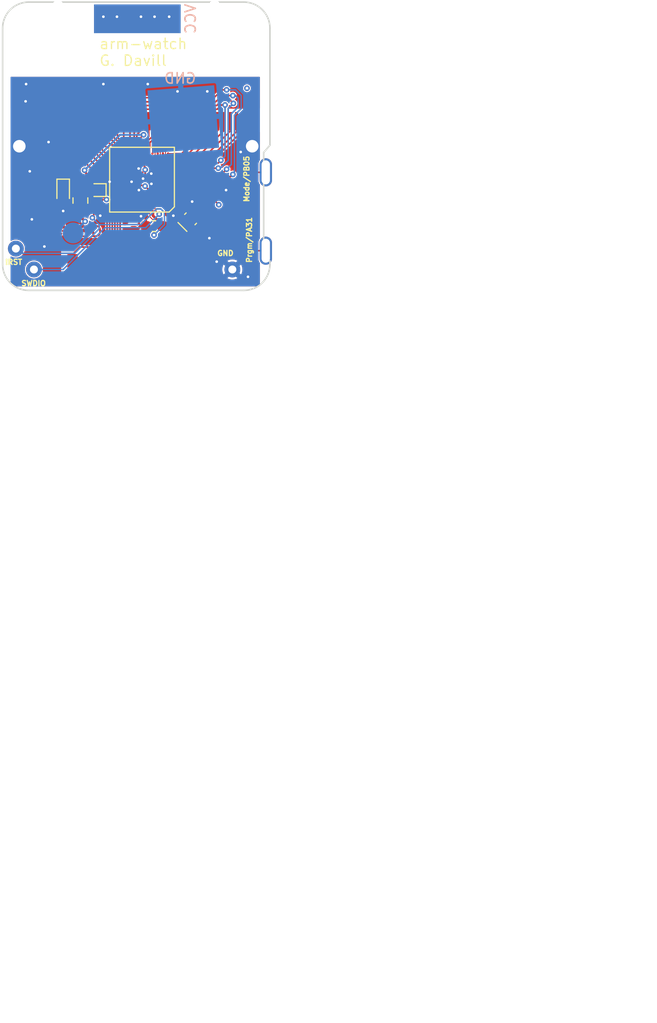
<source format=kicad_pcb>
(kicad_pcb (version 20221018) (generator pcbnew)
  (title_block (title "arm-watch") (date "2020-12-06") (rev "r1.0") (company "GsD - @gregdavill"))
  (layers (0 "F.Cu" signal) (1 "In1.Cu" power) (2 "In2.Cu" signal) (31 "B.Cu" signal) (34 "B.Paste" user) (35 "F.Paste" user) (36 "B.SilkS" user "B.Silkscreen") (37 "F.SilkS" user "F.Silkscreen") (38 "B.Mask" user) (39 "F.Mask" user) (44 "Edge.Cuts" user))
  (net 0 "")
  (net 1 "/LCD_SEG0")
  (net 2 "Net-(U1-PadF11)")
  (net 3 "Net-(U1-PadF10)")
  (net 4 "Net-(U1-PadE11)")
  (net 5 "Net-(U1-PadE10)")
  (net 6 "Net-(U1-PadL6)")
  (net 7 "Net-(U1-PadD10)")
  (net 8 "Net-(U1-PadD9)")
  (net 9 "Net-(U1-PadC11)")
  (net 10 "Net-(U1-PadC10)")
  (net 11 "Net-(D1-Pad1)")
  (net 12 "Net-(C1-Pad1)")
  (net 13 "Net-(U1-PadH9)")
  (net 14 "Net-(U1-PadG11)")
  (net 15 "Net-(U1-PadG10)")
  (net 16 "GND")
  (net 17 "Net-(U1-PadK6)")
  (net 18 "Net-(C2-Pad1)")
  (net 19 "/RST_N")
  (net 20 "+3V0")
  (net 21 "/SWCLK")
  (net 22 "Net-(U1-PadJ8)")
  (net 23 "Net-(U1-PadJ5)")
  (net 24 "/MODE")
  (net 25 "/KEY8")
  (net 26 "/KEY7")
  (net 27 "/SWDIO")
  (net 28 "/KEY6")
  (net 29 "/LCD_COM3")
  (net 30 "/LCD_COM1")
  (net 31 "/LCD_COM2")
  (net 32 "/LCD_COM0")
  (net 33 "Net-(U1-PadE2)")
  (net 34 "Net-(U1-PadE1)")
  (net 35 "Net-(U1-PadD3)")
  (net 36 "Net-(U1-PadD2)")
  (net 37 "Net-(U1-PadD1)")
  (net 38 "Net-(U1-PadC9)")
  (net 39 "Net-(U1-PadC8)")
  (net 40 "Net-(U1-PadC4)")
  (net 41 "Net-(U1-PadC3)")
  (net 42 "Net-(C3-Pad1)")
  (net 43 "Net-(U1-PadB8)")
  (net 44 "Net-(U1-PadB7)")
  (net 45 "Net-(U1-PadB6)")
  (net 46 "Net-(L1-Pad1)")
  (net 47 "Net-(U1-PadA9)")
  (net 48 "Net-(U1-PadB9)")
  (net 49 "Net-(BRD1-Pad8)")
  (net 50 "/BUZZER")
  (net 51 "Net-(U1-PadA6)")
  (net 52 "Net-(U1-PadA3)")
  (net 53 "Net-(U1-PadA2)")
  (net 54 "/LCD_SEG10")
  (net 55 "/LCD_SEG8")
  (net 56 "/LCD_SEG6")
  (net 57 "/LCD_SEG4")
  (net 58 "/LCD_SEG2")
  (net 59 "/LCD_SEG12")
  (net 60 "/LCD_SEG9")
  (net 61 "/LCD_SEG7")
  (net 62 "/LCD_SEG3")
  (net 63 "/LCD_SEG1")
  (net 64 "/LCD_SEG15")
  (net 65 "/LCD_SEG14")
  (net 66 "/LCD_SEG11")
  (net 67 "/LCD_SEG5")
  (net 68 "/LCD_SEG17")
  (net 69 "/LCD_SEG16")
  (net 70 "/LCD_SEG13")
  (net 71 "/LCD_SEG19")
  (net 72 "/LCD_SEG18")
  (net 73 "/LCD_SEG21")
  (net 74 "/LCD_SEG20")
  (net 75 "/LCD_SEG23")
  (net 76 "/LCD_SEG22")
  (net 77 "/LCD_SEG25")
  (net 78 "/LCD_SEG24")
  (net 79 "/LCD_SEG26")
  (net 80 "/LCD_SEG27")
  (net 81 "/LCD_SEG28")
  (net 82 "/LCD_SEG29")
  (net 83 "/LCD_SEG30")
  (net 84 "/KEY0")
  (net 85 "/KEY1")
  (net 86 "/KEY2")
  (net 87 "/KEY3")
  (net 88 "/KEY4")
  (net 89 "/KEY5")
  (net 90 "Net-(U1-PadB3)")
  (footprint "gsd-footprints:C_0201_0603Metric" (layer "F.Cu") (at 116.7 75.07 90)
    (fp_text reference "C3" hide)
    (fp_text value "0.1uF" hide)
  )
  (footprint "gsd-footprints:C_0201_0603Metric" (layer "F.Cu") (at 124.1 73.2 135)
    (fp_text reference "C1" hide)
    (fp_text value "8pF" hide)
  )
  (footprint "gsd-footprints:C_0201_0603Metric" (layer "F.Cu") (at 114.05 73.45)
    (fp_text reference "C4" hide)
    (fp_text value "0.1uF" hide)
  )
  (footprint "Crystal:Crystal_SMD_MicroCrystal_CM9V-T1A-2Pin_1.6x1.0mm" (layer "F.Cu") (at 123 74.35 45)
    (fp_text reference "Y1" hide)
    (fp_text value "32.768KHz" hide)
  )
  (footprint "Inductor_SMD:L_0805_2012Metric" (layer "F.Cu") (at 112.45 72.6 -90)
    (fp_text reference "L2" hide)
    (fp_text value "10uH" hide)
  )
  (footprint "gsd-footprints:R_0201_0603Metric" (layer "F.Cu") (at 124.95 72.25 135)
    (fp_text reference "R1" hide)
    (fp_text value "1k" hide)
  )
  (footprint "gsd-footprints:R_0201_0603Metric" (layer "F.Cu") (at 114.05 72.75 180)
    (fp_text reference "R2" hide)
    (fp_text value "10K" hide)
  )
  (footprint "gsd-footprints:BGA-100_6.0x6.0mm_Layout11x11_P0.5mm_Ball0.3mm_Pad0.25mm_NSMD" (layer "F.Cu") (at 118.35 70.6 180)
    (fp_text reference "U1" hide)
    (fp_text value "ATSAML22N16A-CFUT" hide)
  )
  (footprint "goodwatch31:ca53board" (layer "F.Cu") (at 105 81.2)
    (fp_text reference "BRD1" hide)
    (fp_text value "CA53BOARD" hide)
  )
  (footprint "Resistor_SMD:R_0402_1005Metric" (layer "F.Cu") (at 113.95 70.3)
    (fp_text reference "C6" hide)
    (fp_text value "4.7uF" hide)
  )
  (footprint "Package_TO_SOT_SMD:SOT-883" (layer "F.Cu") (at 114.1 71.6 180)
    (fp_text reference "Q1" hide)
    (fp_text value "Q_NMOS_GSD" hide)
  )
  (footprint "Diode_SMD:D_SOD-523" (layer "F.Cu") (at 110.8 71.7 -90)
    (fp_text reference "D1" hide)
    (fp_text value "D_Schottky_ALT" hide)
  )
  (footprint "Capacitor_SMD:C_0402_1005Metric" (layer "F.Cu") (at 117.55 74.85 90)
    (fp_text reference "C5" hide)
    (fp_text value "4.7uF" hide)
  )
  (footprint "gsd-footprints:C_0201_0603Metric" (layer "F.Cu") (at 121.847416 75.389447 135)
    (fp_text reference "C2" hide)
    (fp_text value "8pF" hide)
  )
  (footprint "goodwatch31:ca53keypad" (layer "F.Cu") (at 111.2 78.6)
    (fp_text reference "KPD1" hide)
    (fp_text value "CA53KEYPAD" hide)
  )
  (footprint "gkl_logos:oshw_small" (layer "F.Cu") (at 109.8 75)
    (fp_text reference "G***" hide)
    (fp_text value "LOGO" hide)
  )
  (footprint "goodwatch31:ca53lcd" (layer "F.Cu") (at 107.4 65)
    (fp_text reference "LCD1" hide)
    (fp_text value "CA53LCD" hide)
  )
  (footprint "gkl_logos:gsd_logo_small" (layer "F.Cu") (at 113 75.6)
    (fp_text reference "G***" hide)
    (fp_text value "LOGO" hide)
  )
  (footprint "Inductor_SMD:L_0603_1608Metric" (layer "F.Cu") (at 119.5 75.05 180)
    (fp_text reference "L1" hide)
    (fp_text value "10uH" hide)
  )
  (gr_line (start 130.6 67.3) (end 130.6 56.1) (stroke (width 0.15)) (layer "Edge.Cuts"))
  (gr_line (start 130 78.4) (end 130 68) (stroke (width 0.15)) (layer "Edge.Cuts"))
  (gr_line (start 130.6 78.4) (end 130 78.4) (stroke (width 0.15)) (layer "Edge.Cuts"))
  (gr_arc (start 130.6 78.7) (mid 129.867767 80.467767) (end 128.1 81.2) (stroke (width 0.15)) (layer "Edge.Cuts"))
  (gr_line (start 107.5 81.2) (end 128.1 81.2) (stroke (width 0.15)) (layer "Edge.Cuts"))
  (gr_arc (start 105 56.1) (mid 105.732233 54.332233) (end 107.5 53.6) (stroke (width 0.15)) (layer "Edge.Cuts"))
  (gr_line (start 130.6 78.7) (end 130.6 78.4) (stroke (width 0.15)) (layer "Edge.Cuts"))
  (gr_line (start 105 56.1) (end 105 78.7) (stroke (width 0.15)) (layer "Edge.Cuts"))
  (gr_line (start 130 68) (end 130.6 67.3) (stroke (width 0.15)) (layer "Edge.Cuts"))
  (gr_arc (start 128.1 53.6) (mid 129.867767 54.332233) (end 130.6 56.1) (stroke (width 0.15)) (layer "Edge.Cuts"))
  (gr_arc (start 107.5 81.2) (mid 105.732233 80.467767) (end 105 78.7) (stroke (width 0.15)) (layer "Edge.Cuts"))
  (gr_line (start 128.1 53.6) (end 107.5 53.6) (stroke (width 0.15)) (layer "Edge.Cuts"))
  (gr_text "Mode/PB05" (at 128.368 70.532 90) (layer "F.SilkS") (effects (font (size 0.5 0.5) (thickness 0.125))))
  (gr_text "GND" (at 126.336 77.644) (layer "F.SilkS") (effects (font (size 0.5 0.5) (thickness 0.125))))
  (gr_text "!RST" (at 106.063 78.493) (layer "F.SilkS") (effects (font (size 0.5 0.5) (thickness 0.125))))
  (gr_text "Prgm/PA31" (at 128.622 76.374 90) (layer "F.SilkS") (effects (font (size 0.5 0.5) (thickness 0.125))))
  (gr_text "SWDIO" (at 107.968 80.525) (layer "F.SilkS") (effects (font (size 0.5 0.5) (thickness 0.125))))
  (gr_text "arm-watch\nG. Davill" (at 114.2 58.4) (layer "F.SilkS") (effects (font (size 1 1) (thickness 0.125)) (justify left)))
  (via (at 128.4 61.85) (size 0.55) (drill 0.25) (layers "F.Cu" "B.Cu") (net 0))
  (segment (start 110 65) (end 110 66.05) (width 0.15) (layer "F.Cu") (net 1))
  (segment (start 110 66.05) (end 113.55 69.6) (width 0.15) (layer "F.Cu") (net 1))
  (segment (start 115.85 69.6) (end 115.35 69.6) (width 0.0889) (layer "F.Cu") (net 1))
  (segment (start 115.35 69.6) (end 115.3 69.6) (width 0.0889) (layer "F.Cu") (net 1))
  (segment (start 113.55 69.6) (end 115.3 69.6) (width 0.15) (layer "F.Cu") (net 1))
  (segment (start 112.85 69.835) (end 112.85 69.7) (width 0.2) (layer "F.Cu") (net 6))
  (segment (start 118.35 67.4) (end 118.2 67.25) (width 0.15) (layer "F.Cu") (net 6))
  (segment (start 118.35 67.6) (end 118.35 68.1) (width 0.0889) (layer "F.Cu") (net 6))
  (segment (start 118.35 67.6) (end 118.35 67.4) (width 0.15) (layer "F.Cu") (net 6))
  (segment (start 118.2 66.6) (end 118.5 66.3) (width 0.15) (layer "F.Cu") (net 6))
  (segment (start 113.415 70.4) (end 112.85 69.835) (width 0.2) (layer "F.Cu") (net 6))
  (segment (start 118.2 67.25) (end 118.2 66.6) (width 0.15) (layer "F.Cu") (net 6))
  (via (at 112.85 69.7) (size 0.55) (drill 0.25) (layers "F.Cu" "B.Cu") (net 6))
  (via (at 118.5 66.3) (size 0.55) (drill 0.25) (layers "F.Cu" "B.Cu") (net 6))
  (segment (start 112.85 69.7) (end 116.25 66.3) (width 0.2) (layer "B.Cu") (net 6))
  (segment (start 116.25 66.3) (end 118.5 66.3) (width 0.2) (layer "B.Cu") (net 6))
  (segment (start 113.55 70.95) (end 113.1 70.95) (width 0.25) (layer "F.Cu") (net 11))
  (segment (start 111.05 70.75) (end 110.8 71) (width 0.25) (layer "F.Cu") (net 11))
  (segment (start 113.75 71.6) (end 113.75 71.15) (width 0.25) (layer "F.Cu") (net 11))
  (segment (start 113.75 71.15) (end 113.55 70.95) (width 0.25) (layer "F.Cu") (net 11))
  (segment (start 113.1 70.95) (end 112.9 70.75) (width 0.25) (layer "F.Cu") (net 11))
  (segment (start 112.9 70.75) (end 111.05 70.75) (width 0.25) (layer "F.Cu") (net 11))
  (segment (start 123.198528 73.7) (end 123.424264 73.925736) (width 0.0889) (layer "F.Cu") (net 12))
  (segment (start 121.15 72.6) (end 122.25 73.7) (width 0.0889) (layer "F.Cu") (net 12))
  (segment (start 124.326274 73.523726) (end 123.924264 73.925736) (width 0.0889) (layer "F.Cu") (net 12))
  (segment (start 120.85 72.6) (end 121.15 72.6) (width 0.0889) (layer "F.Cu") (net 12))
  (segment (start 124.326274 73.426274) (end 124.326274 73.523726) (width 0.0889) (layer "F.Cu") (net 12))
  (segment (start 123.924264 73.925736) (end 123.424264 73.925736) (width 0.0889) (layer "F.Cu") (net 12))
  (segment (start 122.25 73.7) (end 123.198528 73.7) (width 0.0889) (layer "F.Cu") (net 12))
  (segment (start 114.785 70.8) (end 114.385 70.4) (width 0.2) (layer "F.Cu") (net 16))
  (segment (start 118.037447 70.5) (end 118.45 70.5) (width 0.15) (layer "F.Cu") (net 16))
  (segment (start 117.85 69.359515) (end 118.024784 69.534299) (width 0.15) (layer "F.Cu") (net 16))
  (segment (start 117.659634 70.122187) (end 118.037447 70.5) (width 0.15) (layer "F.Cu") (net 16))
  (segment (start 117.985 74.365) (end 118.25 74.1) (width 0.25) (layer "F.Cu") (net 16))
  (segment (start 119.75 71) (end 119.25 71) (width 0.15) (layer "F.Cu") (net 16))
  (segment (start 116.85 74.75) (end 117.1 74.5) (width 0.25) (layer "F.Cu") (net 16))
  (segment (start 123.2 72.65) (end 123.15 72.7) (width 0.15) (layer "F.Cu") (net 16))
  (segment (start 119.35 69.909107) (end 119.237052 70.022055) (width 0.15) (layer "F.Cu") (net 16))
  (segment (start 117.235 74.365) (end 117.55 74.365) (width 0.25) (layer "F.Cu") (net 16))
  (segment (start 117.1 74.5) (end 117.235 74.365) (width 0.25) (layer "F.Cu") (net 16))
  (segment (start 115.25 71.05) (end 115.25 70.8) (width 0.1) (layer "F.Cu") (net 16))
  (segment (start 119.85 71.1) (end 119.75 71) (width 0.15) (layer "F.Cu") (net 16))
  (segment (start 118.35 71.9) (end 118.05 71.6) (width 0.15) (layer "F.Cu") (net 16))
  (segment (start 123.55 72.65) (end 123.2 72.65) (width 0.15) (layer "F.Cu") (net 16))
  (segment (start 116.7 74.75) (end 116.85 74.75) (width 0.25) (layer "F.Cu") (net 16))
  (segment (start 121.35 74.892031) (end 121.35 74.05) (width 0.15) (layer "F.Cu") (net 16))
  (segment (start 114.37 73.45) (end 114.37 74.03) (width 0.15) (layer "F.Cu") (net 16))
  (segment (start 116.872187 70.122187) (end 117.659634 70.122187) (width 0.15) (layer "F.Cu") (net 16))
  (segment (start 121.621142 75.163173) (end 121.35 74.892031) (width 0.15) (layer "F.Cu") (net 16))
  (segment (start 116.85 71.1) (end 117.05 71.1) (width 0.15) (layer "F.Cu") (net 16))
  (segment (start 114.45 71.375) (end 114.925 71.375) (width 0.1) (layer "F.Cu") (net 16))
  (segment (start 123.873726 72.973726) (end 123.55 72.65) (width 0.15) (layer "F.Cu") (net 16))
  (segment (start 119.35 69.6) (end 119.35 69.909107) (width 0.15) (layer "F.Cu") (net 16))
  (segment (start 117.05 71.1) (end 117.35 70.8) (width 0.15) (layer "F.Cu") (net 16))
  (segment (start 118.35 72.1) (end 118.35 71.9) (width 0.15) (layer "F.Cu") (net 16))
  (segment (start 114.925 71.375) (end 115.25 71.05) (width 0.1) (layer "F.Cu") (net 16))
  (segment (start 116.85 70.1) (end 116.872187 70.122187) (width 0.15) (layer "F.Cu") (net 16))
  (segment (start 114.37 74.03) (end 114.35 74.05) (width 0.15) (layer "F.Cu") (net 16))
  (segment (start 117.85 69.1) (end 117.85 69.359515) (width 0.15) (layer "F.Cu") (net 16))
  (segment (start 117.55 74.365) (end 117.985 74.365) (width 0.25) (layer "F.Cu") (net 16))
  (segment (start 115.25 70.8) (end 114.785 70.8) (width 0.2) (layer "F.Cu") (net 16))
  (via (at 123.15 72.7) (size 0.55) (drill 0.25) (layers "F.Cu" "B.Cu") (net 16))
  (via (at 109.4 67) (size 0.55) (drill 0.25) (layers "F.Cu" "B.Cu") (net 16))
  (via (at 121.35 74.05) (size 0.55) (drill 0.25) (layers "F.Cu" "B.Cu") (net 16))
  (via (at 107.25 61.45) (size 0.55) (drill 0.25) (layers "F.Cu" "B.Cu") (net 16))
  (via (at 118.024784 69.534299) (size 0.55) (drill 0.25) (layers "F.Cu" "B.Cu") (net 16))
  (via (at 121.75 62.15) (size 0.55) (drill 0.25) (layers "F.Cu" "B.Cu") (net 16))
  (via (at 124.8 76.2) (size 0.55) (drill 0.25) (layers "F.Cu" "B.Cu") (net 16))
  (via (at 118.25 74.1) (size 0.55) (drill 0.25) (layers "F.Cu" "B.Cu") (net 16))
  (via (at 119.25 71) (size 0.55) (drill 0.25) (layers "F.Cu" "B.Cu") (net 16))
  (via (at 128.5 79.9) (size 0.55) (drill 0.25) (layers "F.Cu" "B.Cu") (net 16))
  (via (at 118.45 70.5) (size 0.55) (drill 0.25) (layers "F.Cu" "B.Cu") (net 16))
  (via (at 118.05 71.6) (size 0.55) (drill 0.25) (layers "F.Cu" "B.Cu") (net 16))
  (via (at 126.4 71.6) (size 0.55) (drill 0.25) (layers "F.Cu" "B.Cu") (net 16))
  (via (at 125.5 78.45) (size 0.55) (drill 0.25) (layers "F.Cu" "B.Cu") (net 16))
  (via (at 114.35 74.05) (size 0.55) (drill 0.25) (layers "F.Cu" "B.Cu") (net 16))
  (via (at 109 77) (size 0.55) (drill 0.25) (layers "F.Cu" "B.Cu") (net 16))
  (via (at 107.2 63.1) (size 0.55) (drill 0.25) (layers "F.Cu" "B.Cu") (net 16))
  (via (at 117.35 70.8) (size 0.55) (drill 0.25) (layers "F.Cu" "B.Cu") (net 16))
  (via (at 107.8 74.4) (size 0.55) (drill 0.25) (layers "F.Cu" "B.Cu") (net 16))
  (via (at 115.25 70.8) (size 0.55) (drill 0.25) (layers "F.Cu" "B.Cu") (net 16))
  (via (at 107.6 69.8) (size 0.55) (drill 0.25) (layers "F.Cu" "B.Cu") (net 16))
  (via (at 110.8 73.6) (size 0.55) (drill 0.25) (layers "F.Cu" "B.Cu") (net 16))
  (via (at 127.8 67.95) (size 0.55) (drill 0.25) (layers "F.Cu" "B.Cu") (net 16))
  (via (at 118.9 61.45) (size 0.55) (drill 0.25) (layers "F.Cu" "B.Cu") (net 16))
  (via (at 114.65 61.45) (size 0.55) (drill 0.25) (layers "F.Cu" "B.Cu") (net 16))
  (via (at 124.6 62.15) (size 0.55) (drill 0.25) (layers "F.Cu" "B.Cu") (net 16))
  (via (at 119.237052 70.022055) (size 0.55) (drill 0.25) (layers "F.Cu" "B.Cu") (net 16))
  (segment (start 121.95 74.148528) (end 122.575736 74.774264) (width 0.0889) (layer "F.Cu") (net 18))
  (segment (start 121.95 73.75) (end 121.95 74.148528) (width 0.0889) (layer "F.Cu") (net 18))
  (segment (start 122.575736 75.124264) (end 122.575736 74.774264) (width 0.0889) (layer "F.Cu") (net 18))
  (segment (start 121.3 73.1) (end 121.95 73.75) (width 0.0889) (layer "F.Cu") (net 18))
  (segment (start 120.85 73.1) (end 121.3 73.1) (width 0.0889) (layer "F.Cu") (net 18))
  (segment (start 122.084279 75.615721) (end 122.575736 75.124264) (width 0.0889) (layer "F.Cu") (net 18))
  (segment (start 122.07369 75.615721) (end 122.084279 75.615721) (width 0.0889) (layer "F.Cu") (net 18))
  (segment (start 118.604149 72.345851) (end 118.604149 72.718009) (width 0.0889) (layer "F.Cu") (net 19))
  (segment (start 119.5 74.55) (end 119.5 75.9) (width 0.0889) (layer "F.Cu") (net 19))
  (segment (start 118.604149 72.718009) (end 118.740289 72.854149) (width 0.0889) (layer "F.Cu") (net 19))
  (segment (start 119.1 73) (end 119.1 74.15) (width 0.0889) (layer "F.Cu") (net 19))
  (segment (start 118.740289 72.854149) (end 118.954149 72.854149) (width 0.0889) (layer "F.Cu") (net 19))
  (segment (start 119.1 74.15) (end 119.5 74.55) (width 0.0889) (layer "F.Cu") (net 19))
  (segment (start 113.73 74.12) (end 113.73 73.45) (width 0.15) (layer "F.Cu") (net 19))
  (segment (start 118.85 72.1) (end 118.604149 72.345851) (width 0.0889) (layer "F.Cu") (net 19))
  (segment (start 113.6 74.25) (end 113.73 74.12) (width 0.15) (layer "F.Cu") (net 19))
  (segment (start 118.954149 72.854149) (end 119.1 73) (width 0.0889) (layer "F.Cu") (net 19))
  (segment (start 113.73 72.75) (end 113.73 73.45) (width 0.15) (layer "F.Cu") (net 19))
  (via (at 119.5 75.9) (size 0.55) (drill 0.25) (layers "F.Cu" "B.Cu") (net 19))
  (via (at 113.6 74.25) (size 0.55) (drill 0.25) (layers "F.Cu" "B.Cu") (net 19))
  (segment (start 119.75 73.4) (end 118.25 74.9) (width 0.15) (layer "B.Cu") (net 19))
  (segment (start 120.5 73.75) (end 120.15 73.4) (width 0.15) (layer "B.Cu") (net 19))
  (segment (start 120.15 73.4) (end 119.75 73.4) (width 0.15) (layer "B.Cu") (net 19))
  (segment (start 106.72 77.65) (end 111.9 77.65) (width 0.15) (layer "B.Cu") (net 19))
  (segment (start 111.9 77.65) (end 114.25 75.3) (width 0.15) (layer "B.Cu") (net 19))
  (segment (start 118.25 74.9) (end 114.25 74.9) (width 0.15) (layer "B.Cu") (net 19))
  (segment (start 106.27 77.2) (end 106.72 77.65) (width 0.15) (layer "B.Cu") (net 19))
  (segment (start 114.25 75.3) (end 114.25 74.9) (width 0.15) (layer "B.Cu") (net 19))
  (segment (start 120.5 74.9) (end 120.5 73.75) (width 0.15) (layer "B.Cu") (net 19))
  (segment (start 119.5 75.9) (end 120.5 74.9) (width 0.15) (layer "B.Cu") (net 19))
  (segment (start 114.25 74.9) (end 113.6 74.25) (width 0.15) (layer "B.Cu") (net 19))
  (segment (start 125.176274 72.476274) (end 125.7 73) (width 0.15) (layer "F.Cu") (net 20))
  (segment (start 117.35 71.6) (end 117.8 71.15) (width 0.15) (layer "F.Cu") (net 20))
  (segment (start 117.8 71.15) (end 118.573173 71.15) (width 0.15) (layer "F.Cu") (net 20))
  (segment (start 119.55 70.6) (end 119.45 70.5) (width 0.15) (layer "F.Cu") (net 20))
  (segment (start 118.025317 70.15) (end 118.153589 70.15) (width 0.15) (layer "F.Cu") (net 20))
  (segment (start 114.62 72.5) (end 114.37 72.75) (width 0.15) (layer "F.Cu") (net 20))
  (segment (start 118.653029 69.403029) (end 118.653029 69.65056) (width 0.15) (layer "F.Cu") (net 20))
  (segment (start 119.85 70.6) (end 119.55 70.6) (width 0.15) (layer "F.Cu") (net 20))
  (segment (start 114.7 72.25) (end 114.95 72.5) (width 0.2) (layer "F.Cu") (net 20))
  (segment (start 117.088902 70.361098) (end 117.560674 70.361098) (width 0.15) (layer "F.Cu") (net 20))
  (segment (start 117.758594 69.883276) (end 118.025317 70.15) (width 0.15) (layer "F.Cu") (net 20))
  (segment (start 113.0375 72.25) (end 114.6 72.25) (width 0.2) (layer "F.Cu") (net 20))
  (segment (start 118.153589 70.15) (end 118.653029 69.65056) (width 0.15) (layer "F.Cu") (net 20))
  (segment (start 114.95 72.5) (end 114.62 72.5) (width 0.15) (layer "F.Cu") (net 20))
  (segment (start 116.85 70.6) (end 117.088902 70.361098) (width 0.15) (layer "F.Cu") (net 20))
  (segment (start 118.653029 70.064127) (end 118.653029 69.65056) (width 0.15) (layer "F.Cu") (net 20))
  (segment (start 118.573173 71.15) (end 118.64164 71.218467) (width 0.15) (layer "F.Cu") (net 20))
  (segment (start 119.088902 70.5) (end 118.653029 70.064127) (width 0.15) (layer "F.Cu") (net 20))
  (segment (start 119.85 70.1) (end 119.45 70.5) (width 0.15) (layer "F.Cu") (net 20))
  (segment (start 112.45 71.6625) (end 113.0375 72.25) (width 0.2) (layer "F.Cu") (net 20))
  (segment (start 117.8 70.600424) (end 117.8 71.15) (width 0.15) (layer "F.Cu") (net 20))
  (segment (start 117.560674 70.361098) (end 117.8 70.600424) (width 0.15) (layer "F.Cu") (net 20))
  (segment (start 119.023173 71.6) (end 118.64164 71.218467) (width 0.15) (layer "F.Cu") (net 20))
  (segment (start 117.35 69.6) (end 117.633276 69.883276) (width 0.15) (layer "F.Cu") (net 20))
  (segment (start 118.35 69.1) (end 118.653029 69.403029) (width 0.15) (layer "F.Cu") (net 20))
  (segment (start 119.45 70.5) (end 119.088902 70.5) (width 0.15) (layer "F.Cu") (net 20))
  (segment (start 117.633276 69.883276) (end 117.758594 69.883276) (width 0.15) (layer "F.Cu") (net 20))
  (segment (start 119.35 71.6) (end 119.023173 71.6) (width 0.15) (layer "F.Cu") (net 20))
  (segment (start 114.6 72.25) (end 114.7 72.25) (width 0.2) (layer "F.Cu") (net 20))
  (via (at 120.95 55) (size 0.55) (drill 0.25) (layers "F.Cu" "B.Cu") (net 20))
  (via (at 115.95 55) (size 0.55) (drill 0.25) (layers "F.Cu" "B.Cu") (net 20))
  (via (at 125.7 73) (size 0.55) (drill 0.25) (layers "F.Cu" "B.Cu") (net 20))
  (via (at 118.653029 69.65056) (size 0.55) (drill 0.25) (layers "F.Cu" "B.Cu") (net 20))
  (via (at 118.64164 71.218467) (size 0.55) (drill 0.25) (layers "F.Cu" "B.Cu") (net 20))
  (via (at 118.25 55) (size 0.55) (drill 0.25) (layers "F.Cu" "B.Cu") (net 20))
  (via (at 114.95 72.5) (size 0.55) (drill 0.25) (layers "F.Cu" "B.Cu") (net 20))
  (via (at 114.65 55) (size 0.55) (drill 0.25) (layers "F.Cu" "B.Cu") (net 20))
  (via (at 119.55 55) (size 0.55) (drill 0.25) (layers "F.Cu" "B.Cu") (net 20))
  (segment (start 120.104149 71.495851) (end 120.25 71.35) (width 0.0889) (layer "F.Cu") (net 21))
  (segment (start 119.954149 71.845851) (end 120.104149 71.695851) (width 0.0889) (layer "F.Cu") (net 21))
  (segment (start 120.104149 71.695851) (end 120.104149 71.495851) (width 0.0889) (layer "F.Cu") (net 21))
  (segment (start 119.104149 72.345851) (end 119.468009 72.345851) (width 0.0889) (layer "F.Cu") (net 21))
  (segment (start 120.25 71.35) (end 121.45 71.35) (width 0.0889) (layer "F.Cu") (net 21))
  (segment (start 124.723726 72.023726) (end 124.25 71.55) (width 0.15) (layer "F.Cu") (net 21))
  (segment (start 124.947452 71.8) (end 125.3 71.8) (width 0.15) (layer "F.Cu") (net 21))
  (segment (start 124.05 71.35) (end 124.25 71.55) (width 0.15) (layer "F.Cu") (net 21))
  (segment (start 127.75 77.4) (end 129.92499 77.4) (width 0.15) (layer "F.Cu") (net 21))
  (segment (start 125.3 71.8) (end 126.4 72.9) (width 0.15) (layer "F.Cu") (net 21))
  (segment (start 124.723726 72.023726) (end 124.947452 71.8) (width 0.15) (layer "F.Cu") (net 21))
  (segment (start 119.595851 71.990289) (end 119.740289 71.845851) (width 0.0889) (layer "F.Cu") (net 21))
  (segment (start 126.4 72.9) (end 126.4 76.05) (width 0.15) (layer "F.Cu") (net 21))
  (segment (start 118.85 72.6) (end 119.104149 72.345851) (width 0.0889) (layer "F.Cu") (net 21))
  (segment (start 126.4 76.05) (end 127.75 77.4) (width 0.15) (layer "F.Cu") (net 21))
  (segment (start 119.595851 72.218009) (end 119.595851 71.990289) (width 0.0889) (layer "F.Cu") (net 21))
  (segment (start 123.25 71.35) (end 124.05 71.35) (width 0.15) (layer "F.Cu") (net 21))
  (segment (start 119.740289 71.845851) (end 119.954149 71.845851) (width 0.0889) (layer "F.Cu") (net 21))
  (segment (start 119.468009 72.345851) (end 119.595851 72.218009) (width 0.0889) (layer "F.Cu") (net 21))
  (segment (start 121.45 71.35) (end 123.25 71.35) (width 0.15) (layer "F.Cu") (net 21))
  (segment (start 120.6 70.85) (end 121.45 70.85) (width 0.0889) (layer "F.Cu") (net 24))
  (segment (start 121.45 70.85) (end 127.2 70.85) (width 0.15) (layer "F.Cu") (net 24))
  (segment (start 128.15 69.9) (end 129.92499 69.9) (width 0.15) (layer "F.Cu") (net 24))
  (segment (start 127.2 70.85) (end 128.15 69.9) (width 0.15) (layer "F.Cu") (net 24))
  (segment (start 120.35 70.6) (end 120.6 70.85) (width 0.0889) (layer "F.Cu") (net 24))
  (segment (start 123.7 76) (end 123.7 78.55) (width 0.15) (layer "F.Cu") (net 25))
  (segment (start 120.6 71.85) (end 121.45 71.85) (width 0.0889) (layer "F.Cu") (net 25))
  (segment (start 121.45 71.85) (end 123.85 71.85) (width 0.15) (layer "F.Cu") (net 25))
  (segment (start 125.15 74.55) (end 123.7 76) (width 0.15) (layer "F.Cu") (net 25))
  (segment (start 125.15 73.15) (end 125.15 74.55) (width 0.15) (layer "F.Cu") (net 25))
  (segment (start 120.35 72.1) (end 120.6 71.85) (width 0.0889) (layer "F.Cu") (net 25))
  (segment (start 123.85 71.85) (end 125.15 73.15) (width 0.15) (layer "F.Cu") (net 25))
  (segment (start 124.9 74.4) (end 122.2 77.1) (width 0.15) (layer "F.Cu") (net 26))
  (segment (start 124.9 73.3) (end 124.9 74.4) (width 0.15) (layer "F.Cu") (net 26))
  (segment (start 123.7 72.1) (end 124.9 73.3) (width 0.15) (layer "F.Cu") (net 26))
  (segment (start 120.85 72.1) (end 121.45 72.1) (width 0.0889) (layer "F.Cu") (net 26))
  (segment (start 122.2 77.1) (end 122.2 78.65) (width 0.15) (layer "F.Cu") (net 26))
  (segment (start 121.45 72.1) (end 123.7 72.1) (width 0.15) (layer "F.Cu") (net 26))
  (segment (start 119.35 72.6) (end 119.595851 72.845851) (width 0.0889) (layer "F.Cu") (net 27))
  (segment (start 119.595851 73.495851) (end 120 73.9) (width 0.0889) (layer "F.Cu") (net 27))
  (segment (start 119.595851 72.845851) (end 119.595851 73.495851) (width 0.0889) (layer "F.Cu") (net 27))
  (via (at 120 73.9) (size 0.55) (drill 0.25) (layers "F.Cu" "B.Cu") (net 27))
  (segment (start 110.8 79.2) (end 108 79.2) (width 0.15) (layer "B.Cu") (net 27))
  (segment (start 118.7 75.2) (end 114.8 75.2) (width 0.15) (layer "B.Cu") (net 27))
  (segment (start 114.8 75.2) (end 110.8 79.2) (width 0.15) (layer "B.Cu") (net 27))
  (segment (start 120 73.9) (end 118.7 75.2) (width 0.15) (layer "B.Cu") (net 27))
  (segment (start 120.7 76.85) (end 121 76.55) (width 0.15) (layer "F.Cu") (net 28))
  (segment (start 121 74.65) (end 121 74.35) (width 0.15) (layer "F.Cu") (net 28))
  (segment (start 120.604149 73.645851) (end 120.6 73.65) (width 0.0889) (layer "F.Cu") (net 28))
  (segment (start 121 76.55) (end 121 74.65) (width 0.15) (layer "F.Cu") (net 28))
  (segment (start 120.7 78.6) (end 120.7 76.85) (width 0.15) (layer "F.Cu") (net 28))
  (segment (start 120.35 72.6) (end 120.604149 72.854149) (width 0.0889) (layer "F.Cu") (net 28))
  (segment (start 120.6 73.95) (end 120.6 73.65) (width 0.15) (layer "F.Cu") (net 28))
  (segment (start 120.604149 72.854149) (end 120.604149 73.645851) (width 0.0889) (layer "F.Cu") (net 28))
  (segment (start 121 74.35) (end 120.6 73.95) (width 0.15) (layer "F.Cu") (net 28))
  (segment (start 120.6 69.85) (end 121.4 69.85) (width 0.0889) (layer "F.Cu") (net 29))
  (segment (start 109.591701 63.858299) (end 109.4 64.05) (width 0.15) (layer "F.Cu") (net 29))
  (segment (start 109.808299 63.858299) (end 125.546292 63.858299) (width 0.15) (layer "F.Cu") (net 29))
  (segment (start 125.954591 63.45) (end 126.3 63.45) (width 0.15) (layer "F.Cu") (net 29))
  (segment (start 124.35 69.85) (end 124.45 69.85) (width 0.15) (layer "F.Cu") (net 29))
  (segment (start 125.546292 63.858299) (end 125.954591 63.45) (width 0.15) (layer "F.Cu") (net 29))
  (segment (start 125.9 68.75) (end 125.6 69.05) (width 0.15) (layer "F.Cu") (net 29))
  (segment (start 125.25 69.05) (end 125.6 69.05) (width 0.15) (layer "F.Cu") (net 29))
  (segment (start 124.45 69.85) (end 125.25 69.05) (width 0.15) (layer "F.Cu") (net 29))
  (segment (start 109.808299 63.858299) (end 109.591701 63.858299) (width 0.15) (layer "F.Cu") (net 29))
  (segment (start 120.35 69.6) (end 120.6 69.85) (width 0.0889) (layer "F.Cu") (net 29))
  (segment (start 109.4 64.05) (end 109.4 65) (width 0.15) (layer "F.Cu") (net 29))
  (segment (start 124.35 69.85) (end 121.4 69.85) (width 0.15) (layer "F.Cu") (net 29))
  (via (at 125.9 68.75) (size 0.55) (drill 0.25) (layers "F.Cu" "B.Cu") (net 29))
  (via (at 126.3 63.45) (size 0.55) (drill 0.25) (layers "F.Cu" "B.Cu") (net 29))
  (segment (start 126.3 68.35) (end 125.9 68.75) (width 0.15) (layer "B.Cu") (net 29))
  (segment (start 126.3 63.45) (end 126.3 68.35) (width 0.15) (layer "B.Cu") (net 29))
  (segment (start 126 62.55) (end 127.05 62.55) (width 0.15) (layer "F.Cu") (net 30))
  (segment (start 124.850012 63.147079) (end 109.00012 63.14708) (width 0.15) (layer "F.Cu") (net 30))
  (segment (start 126.1 69.95) (end 125.25 69.95) (width 0.15) (layer "F.Cu") (net 30))
  (segment (start 125.402921 63.147079) (end 125.85 62.7) (width 0.15) (layer "F.Cu") (net 30))
  (segment (start 108.2 65) (end 108.2 63.9472) (width 0.15) (layer "F.Cu") (net 30))
  (segment (start 120.6 70.35) (end 121.4 70.35) (width 0.0889) (layer "F.Cu") (net 30))
  (segment (start 124.850012 63.147079) (end 125.402921 63.147079) (width 0.15) (layer "F.Cu") (net 30))
  (segment (start 125.85 62.7) (end 126 62.55) (width 0.15) (layer "F.Cu") (net 30))
  (segment (start 125.25 69.95) (end 124.85 70.35) (width 0.15) (layer "F.Cu") (net 30))
  (segment (start 126.45 69.6) (end 126.1 69.95) (width 0.15) (layer "F.Cu") (net 30))
  (segment (start 108.2 63.9472) (end 109.00012 63.14708) (width 0.15) (layer "F.Cu") (net 30))
  (segment (start 120.35 70.1) (end 120.6 70.35) (width 0.0889) (layer "F.Cu") (net 30))
  (segment (start 124.85 70.35) (end 121.4 70.35) (width 0.15) (layer "F.Cu") (net 30))
  (via (at 126.45 69.6) (size 0.55) (drill 0.25) (layers "F.Cu" "B.Cu") (net 30))
  (via (at 127.05 62.55) (size 0.55) (drill 0.25) (layers "F.Cu" "B.Cu") (net 30))
  (segment (start 126.9 64.3) (end 126.9 69.15) (width 0.15) (layer "B.Cu") (net 30))
  (segment (start 126.9 69.15) (end 126.45 69.6) (width 0.15) (layer "B.Cu") (net 30))
  (segment (start 127.3 62.55) (end 127.55 62.8) (width 0.15) (layer "B.Cu") (net 30))
  (segment (start 127.55 62.8) (end 127.55 63.65) (width 0.15) (layer "B.Cu") (net 30))
  (segment (start 127.55 63.65) (end 126.9 64.3) (width 0.15) (layer "B.Cu") (net 30))
  (segment (start 127.05 62.55) (end 127.3 62.55) (width 0.15) (layer "B.Cu") (net 30))
  (segment (start 108.8 65) (end 108.8 63.9472) (width 0.15) (layer "F.Cu") (net 31))
  (segment (start 127.1 63.3) (end 126.8 63) (width 0.15) (layer "F.Cu") (net 31))
  (segment (start 125.25 69.5) (end 125.65 69.5) (width 0.15) (layer "F.Cu") (net 31))
  (segment (start 125.49731 63.50269) (end 125.09731 63.50269) (width 0.15) (layer "F.Cu") (net 31))
  (segment (start 125.09731 63.50269) (end 109.24451 63.50269) (width 0.15) (layer "F.Cu") (net 31))
  (segment (start 126 63) (end 125.49731 63.50269) (width 0.15) (layer "F.Cu") (net 31))
  (segment (start 108.8 63.9472) (end 109.24451 63.50269) (width 0.15) (layer "F.Cu") (net 31))
  (segment (start 120.85 70.1) (end 121.4 70.1) (width 0.0889) (layer "F.Cu") (net 31))
  (segment (start 126.8 63) (end 126 63) (width 0.15) (layer "F.Cu") (net 31))
  (segment (start 121.4 70.1) (end 124.65 70.1) (width 0.15) (layer "F.Cu") (net 31))
  (segment (start 124.65 70.1) (end 125.25 69.5) (width 0.15) (layer "F.Cu") (net 31))
  (via (at 125.65 69.5) (size 0.55) (drill 0.25) (layers "F.Cu" "B.Cu") (net 31))
  (via (at 127.1 63.3) (size 0.55) (drill 0.25) (layers "F.Cu" "B.Cu") (net 31))
  (segment (start 125.65 69.5) (end 125.85 69.5) (width 0.15) (layer "B.Cu") (net 31))
  (segment (start 126.6 68.75) (end 126.6 63.8) (width 0.15) (layer "B.Cu") (net 31))
  (segment (start 125.85 69.5) (end 126.6 68.75) (width 0.15) (layer "B.Cu") (net 31))
  (segment (start 126.6 63.8) (end 127.1 63.3) (width 0.15) (layer "B.Cu") (net 31))
  (segment (start 125.1 70.6) (end 125.4 70.3) (width 0.15) (layer "F.Cu") (net 32))
  (segment (start 126 62) (end 126.45 62) (width 0.15) (layer "F.Cu") (net 32))
  (segment (start 107.6 64.05) (end 108.9 62.75) (width 0.15) (layer "F.Cu") (net 32))
  (segment (start 125.4 70.3) (end 126.85 70.3) (width 0.15) (layer "F.Cu") (net 32))
  (segment (start 126.85 70.3) (end 127.05 70.1) (width 0.15) (layer "F.Cu") (net 32))
  (segment (start 108.9 62.75) (end 125.25 62.75) (width 0.15) (layer "F.Cu") (net 32))
  (segment (start 125.25 62.75) (end 126 62) (width 0.15) (layer "F.Cu") (net 32))
  (segment (start 121.4 70.6) (end 125.1 70.6) (width 0.15) (layer "F.Cu") (net 32))
  (segment (start 107.6 65) (end 107.6 64.05) (width 0.15) (layer "F.Cu") (net 32))
  (segment (start 120.85 70.6) (end 121.4 70.6) (width 0.0889) (layer "F.Cu") (net 32))
  (via (at 126.45 62) (size 0.55) (drill 0.25) (layers "F.Cu" "B.Cu") (net 32))
  (via (at 127.05 70.1) (size 0.55) (drill 0.25) (layers "F.Cu" "B.Cu") (net 32))
  (segment (start 127.85 62.55) (end 127.3 62) (width 0.15) (layer "B.Cu") (net 32))
  (segment (start 127.2 69.95) (end 127.2 64.45) (width 0.15) (layer "B.Cu") (net 32))
  (segment (start 127.05 70.1) (end 127.2 69.95) (width 0.15) (layer "B.Cu") (net 32))
  (segment (start 127.85 63.8) (end 127.85 62.55) (width 0.15) (layer "B.Cu") (net 32))
  (segment (start 127.3 62) (end 126.45 62) (width 0.15) (layer "B.Cu") (net 32))
  (segment (start 127.2 64.45) (end 127.85 63.8) (width 0.15) (layer "B.Cu") (net 32))
  (segment (start 117.55 75.335) (end 117.915 75.335) (width 0.25) (layer "F.Cu") (net 42))
  (segment (start 118.8 74.2) (end 118.8 73.55) (width 0.25) (layer "F.Cu") (net 42))
  (segment (start 117.915 75.335) (end 118.05 75.2) (width 0.25) (layer "F.Cu") (net 42))
  (segment (start 118.7125 75.05) (end 118.7125 74.2875) (width 0.25) (layer "F.Cu") (net 42))
  (segment (start 118.8 73.4) (end 118.8 73.55) (width 0.0889) (layer "F.Cu") (net 42))
  (segment (start 116.7 75.39) (end 117.06 75.39) (width 0.25) (layer "F.Cu") (net 42))
  (segment (start 118.85 73.1) (end 118.85 73.35) (width 0.0889) (layer "F.Cu") (net 42))
  (segment (start 117.55 75.335) (end 117.115 75.335) (width 0.25) (layer "F.Cu") (net 42))
  (segment (start 118.85 73.35) (end 118.8 73.4) (width 0.0889) (layer "F.Cu") (net 42))
  (segment (start 118.2 75.05) (end 118.7125 75.05) (width 0.25) (layer "F.Cu") (net 42))
  (segment (start 118.7125 74.2875) (end 118.8 74.2) (width 0.25) (layer "F.Cu") (net 42))
  (segment (start 118.05 75.2) (end 118.2 75.05) (width 0.25) (layer "F.Cu") (net 42))
  (segment (start 117.06 75.39) (end 117.115 75.335) (width 0.25) (layer "F.Cu") (net 42))
  (segment (start 119.4 73.5) (end 119.35 73.45) (width 0.0889) (layer "F.Cu") (net 46))
  (segment (start 119.35 73.45) (end 119.35 73.1) (width 0.0889) (layer "F.Cu") (net 46))
  (segment (start 120.2875 75.05) (end 120.2875 74.9375) (width 0.25) (layer "F.Cu") (net 46))
  (segment (start 120.2875 74.9375) (end 119.4 74.05) (width 0.25) (layer "F.Cu") (net 46))
  (segment (start 119.4 74.05) (end 119.4 73.7) (width 0.25) (layer "F.Cu") (net 46))
  (segment (start 119.4 74.05) (end 119.4 73.5) (width 0.0889) (layer "F.Cu") (net 46))
  (segment (start 112.45 73.5375) (end 112.45 72.8) (width 0.2) (layer "F.Cu") (net 49))
  (segment (start 112.45 73.5375) (end 112.45 74.15) (width 0.25) (layer "F.Cu") (net 49))
  (segment (start 112.25 72.6) (end 111 72.6) (width 0.2) (layer "F.Cu") (net 49))
  (segment (start 111 72.6) (end 110.8 72.4) (width 0.2) (layer "F.Cu") (net 49))
  (segment (start 112.45 72.8) (end 112.25 72.6) (width 0.2) (layer "F.Cu") (net 49))
  (segment (start 112.45 74.15) (end 112.9 74.6) (width 0.25) (layer "F.Cu") (net 49))
  (via (at 112.9 74.6) (size 0.55) (drill 0.25) (layers "F.Cu" "B.Cu") (net 49))
  (segment (start 111.8 75.7) (end 112.9 74.6) (width 0.25) (layer "B.Cu") (net 49))
  (segment (start 111.75 75.7) (end 111.8 75.7) (width 0.25) (layer "B.Cu") (net 49))
  (segment (start 115.85 71.6) (end 115.35 71.6) (width 0.1) (layer "F.Cu") (net 50))
  (segment (start 115.35 71.6) (end 115.125 71.825) (width 0.1) (layer "F.Cu") (net 50))
  (segment (start 115.125 71.825) (end 114.45 71.825) (width 0.1) (layer "F.Cu") (net 50))
  (segment (start 116 66.55) (end 116.85 67.4) (width 0.15) (layer "F.Cu") (net 54))
  (segment (start 116.85 68.1) (end 116.85 67.6) (width 0.0889) (layer "F.Cu") (net 54))
  (segment (start 116.85 67.4) (end 116.85 67.55) (width 0.15) (layer "F.Cu") (net 54))
  (segment (start 116 65) (end 116 66.55) (width 0.15) (layer "F.Cu") (net 54))
  (segment (start 116.85 67.6) (end 116.85 67.55) (width 0.0889) (layer "F.Cu") (net 54))
  (segment (start 114.8 66.15) (end 116.2 67.55) (width 0.15) (layer "F.Cu") (net 55))
  (segment (start 114.8 65) (end 114.8 66.15) (width 0.15) (layer "F.Cu") (net 55))
  (segment (start 116.35 67.7) (end 116.2 67.55) (width 0.0889) (layer "F.Cu") (net 55))
  (segment (start 116.35 68.1) (end 116.35 67.7) (width 0.0889) (layer "F.Cu") (net 55))
  (segment (start 113.6 66.15) (end 115 67.55) (width 0.15) (layer "F.Cu") (net 56))
  (segment (start 113.6 65) (end 113.6 66.15) (width 0.15) (layer "F.Cu") (net 56))
  (segment (start 115 67.55) (end 115.3 67.55) (width 0.15) (layer "F.Cu") (net 56))
  (segment (start 115.85 68.1) (end 115.45 67.7) (width 0.0889) (layer "F.Cu") (net 56))
  (segment (start 115.3 67.55) (end 115.45 67.7) (width 0.15) (layer "F.Cu") (net 56))
  (segment (start 115.85 68.6) (end 115.3 68.6) (width 0.0889) (layer "F.Cu") (net 57))
  (segment (start 112.4 66.05) (end 114.95 68.6) (width 0.15) (layer "F.Cu") (net 57))
  (segment (start 112.4 65) (end 112.4 66.05) (width 0.15) (layer "F.Cu") (net 57))
  (segment (start 114.95 68.6) (end 115.3 68.6) (width 0.15) (layer "F.Cu") (net 57))
  (segment (start 111.2 65) (end 111.2 65.95) (width 0.15) (layer "F.Cu") (net 58))
  (segment (start 115.85 69.1) (end 115.3 69.1) (width 0.0889) (layer "F.Cu") (net 58))
  (segment (start 111.2 65.95) (end 114.35 69.1) (width 0.15) (layer "F.Cu") (net 58))
  (segment (start 114.35 69.1) (end 115.3 69.1) (width 0.15) (layer "F.Cu") (net 58))
  (segment (start 117.35 68.1) (end 117.35 67.55) (width 0.0889) (layer "F.Cu") (net 59))
  (segment (start 117.35 67.3) (end 117.35 66.7) (width 0.15) (layer "F.Cu") (net 59))
  (segment (start 117.35 66.7) (end 117.2 66.55) (width 0.15) (layer "F.Cu") (net 59))
  (segment (start 117.2 65) (end 117.2 66.55) (width 0.15) (layer "F.Cu") (net 59))
  (segment (start 117.35 67.3) (end 117.35 67.55) (width 0.15) (layer "F.Cu") (net 59))
  (segment (start 116.85 68.6) (end 116.6 68.35) (width 0.0889) (layer "F.Cu") (net 60))
  (segment (start 116.6 68.35) (end 116.6 67.55) (width 0.0889) (layer "F.Cu") (net 60))
  (segment (start 116.6 67.5) (end 116.6 67.55) (width 0.15) (layer "F.Cu") (net 60))
  (segment (start 115.4 65) (end 115.4 66.3) (width 0.15) (layer "F.Cu") (net 60))
  (segment (start 115.4 66.3) (end 116.6 67.5) (width 0.15) (layer "F.Cu") (net 60))
  (segment (start 114.2 65) (end 114.2 66.1) (width 0.15) (layer "F.Cu") (net 61))
  (segment (start 114.2 66.1) (end 115.375 67.275) (width 0.15) (layer "F.Cu") (net 61))
  (segment (start 116.35 68.45) (end 116.1 68.2) (width 0.0889) (layer "F.Cu") (net 61))
  (segment (start 116.35 68.6) (end 116.35 68.45) (width 0.0889) (layer "F.Cu") (net 61))
  (segment (start 115.375 67.275) (end 115.575 67.275) (width 0.15) (layer "F.Cu") (net 61))
  (segment (start 115.575 67.275) (end 115.85 67.55) (width 0.15) (layer "F.Cu") (net 61))
  (segment (start 116.1 68.2) (end 116.1 67.8) (width 0.0889) (layer "F.Cu") (net 61))
  (segment (start 116.1 67.8) (end 115.85 67.55) (width 0.0889) (layer "F.Cu") (net 61))
  (segment (start 114.7 68.85) (end 115.3 68.85) (width 0.15) (layer "F.Cu") (net 62))
  (segment (start 111.8 65.95) (end 114.7 68.85) (width 0.15) (layer "F.Cu") (net 62))
  (segment (start 116.2 69.1) (end 115.95 68.85) (width 0.0889) (layer "F.Cu") (net 62))
  (segment (start 115.95 68.85) (end 115.3 68.85) (width 0.0889) (layer "F.Cu") (net 62))
  (segment (start 116.35 69.1) (end 116.2 69.1) (width 0.0889) (layer "F.Cu") (net 62))
  (segment (start 111.8 65) (end 111.8 65.95) (width 0.15) (layer "F.Cu") (net 62))
  (segment (start 116.1 69.35) (end 115.3 69.35) (width 0.0889) (layer "F.Cu") (net 63))
  (segment (start 116.35 69.6) (end 116.1 69.35) (width 0.0889) (layer "F.Cu") (net 63))
  (segment (start 110.6 65) (end 110.6 65.95) (width 0.15) (layer "F.Cu") (net 63))
  (segment (start 114 69.35) (end 115.3 69.35) (width 0.15) (layer "F.Cu") (net 63))
  (segment (start 110.6 65.95) (end 114 69.35) (width 0.15) (layer "F.Cu") (net 63))
  (segment (start 119 66.45) (end 119 65) (width 0.15) (layer "F.Cu") (net 64))
  (segment (start 118.6 66.85) (end 119 66.45) (width 0.15) (layer "F.Cu") (net 64))
  (segment (start 118.85 68.6) (end 118.6 68.35) (width 0.0889) (layer "F.Cu") (net 64))
  (segment (start 118.6 68.35) (end 118.6 67.55) (width 0.0889) (layer "F.Cu") (net 64))
  (segment (start 118.6 67.55) (end 118.6 66.85) (width 0.15) (layer "F.Cu") (net 64))
  (segment (start 117.85 66.3) (end 117.85 67.3) (width 0.15) (layer "F.Cu") (net 65))
  (segment (start 118.4 65.75) (end 117.85 66.3) (width 0.15) (layer "F.Cu") (net 65))
  (segment (start 117.85 68.1) (end 117.85 67.55) (width 0.0889) (layer "F.Cu") (net 65))
  (segment (start 117.85 67.3) (end 117.85 67.55) (width 0.15) (layer "F.Cu") (net 65))
  (segment (start 118.4 65) (end 118.4 65.75) (width 0.15) (layer "F.Cu") (net 65))
  (segment (start 117.1 67.05) (end 116.6 66.55) (width 0.15) (layer "F.Cu") (net 66))
  (segment (start 116.6 65) (end 116.6 66.55) (width 0.15) (layer "F.Cu") (net 66))
  (segment (start 117.1 67.3) (end 117.1 67.55) (width 0.15) (layer "F.Cu") (net 66))
  (segment (start 117.1 68.35) (end 117.1 67.55) (width 0.0889) (layer "F.Cu") (net 66))
  (segment (start 117.35 68.6) (end 117.1 68.35) (width 0.0889) (layer "F.Cu") (net 66))
  (segment (start 117.1 67.3) (end 117.1 67.05) (width 0.15) (layer "F.Cu") (net 66))
  (segment (start 116.1 68.7) (end 116.1 68.5) (width 0.0889) (layer "F.Cu") (net 67))
  (segment (start 116.1 68.5) (end 115.95 68.35) (width 0.0889) (layer "F.Cu") (net 67))
  (segment (start 116.85 69.1) (end 116.6 68.85) (width 0.0889) (layer "F.Cu") (net 67))
  (segment (start 115.95 68.35) (end 115.3 68.35) (width 0.0889) (layer "F.Cu") (net 67))
  (segment (start 116.25 68.85) (end 116.1 68.7) (width 0.0889) (layer "F.Cu") (net 67))
  (segment (start 113 65) (end 113 66.2) (width 0.15) (layer "F.Cu") (net 67))
  (segment (start 113 66.2) (end 115.15 68.35) (width 0.15) (layer "F.Cu") (net 67))
  (segment (start 116.6 68.85) (end 116.25 68.85) (width 0.0889) (layer "F.Cu") (net 67))
  (segment (start 115.15 68.35) (end 115.3 68.35) (width 0.15) (layer "F.Cu") (net 67))
  (segment (start 119.1 68.35) (end 119.1 67.55) (width 0.0889) (layer "F.Cu") (net 68))
  (segment (start 120.2 65.95) (end 120.2 65) (width 0.15) (layer "F.Cu") (net 68))
  (segment (start 119.1 67.05) (end 120.2 65.95) (width 0.15) (layer "F.Cu") (net 68))
  (segment (start 119.35 68.6) (end 119.1 68.35) (width 0.0889) (layer "F.Cu") (net 68))
  (segment (start 119.1 67.55) (end 119.1 67.05) (width 0.15) (layer "F.Cu") (net 68))
  (segment (start 118.85 66.95) (end 119.6 66.2) (width 0.15) (layer "F.Cu") (net 69))
  (segment (start 118.85 67.55) (end 118.85 66.95) (width 0.15) (layer "F.Cu") (net 69))
  (segment (start 118.85 68.1) (end 118.85 67.55) (width 0.0889) (layer "F.Cu") (net 69))
  (segment (start 119.6 66.2) (end 119.6 65) (width 0.15) (layer "F.Cu") (net 69))
  (segment (start 117.6 66.1) (end 117.8 65.9) (width 0.15) (layer "F.Cu") (net 70))
  (segment (start 117.8 65.9) (end 117.8 65) (width 0.15) (layer "F.Cu") (net 70))
  (segment (start 117.6 67.55) (end 117.6 66.1) (width 0.15) (layer "F.Cu") (net 70))
  (segment (start 117.6 68.35) (end 117.6 67.55) (width 0.0889) (layer "F.Cu") (net 70))
  (segment (start 117.85 68.6) (end 117.6 68.35) (width 0.0889) (layer "F.Cu") (net 70))
  (segment (start 121.2 66.2) (end 121.4 66) (width 0.15) (layer "F.Cu") (net 71))
  (segment (start 119.6 68.85) (end 119.6 67.55) (width 0.0889) (layer "F.Cu") (net 71))
  (segment (start 121.4 66) (end 121.4 65) (width 0.15) (layer "F.Cu") (net 71))
  (segment (start 119.6 67.25) (end 120.65 66.2) (width 0.15) (layer "F.Cu") (net 71))
  (segment (start 119.6 67.55) (end 119.6 67.25) (width 0.15) (layer "F.Cu") (net 71))
  (segment (start 120.65 66.2) (end 121.2 66.2) (width 0.15) (layer "F.Cu") (net 71))
  (segment (start 119.35 69.1) (end 119.6 68.85) (width 0.0889) (layer "F.Cu") (net 71))
  (segment (start 119.35 67.55) (end 119.35 67.15) (width 0.15) (layer "F.Cu") (net 72))
  (segment (start 119.35 68.1) (end 119.35 67.55) (width 0.0889) (layer "F.Cu") (net 72))
  (segment (start 120.8 65.7) (end 120.8 65) (width 0.15) (layer "F.Cu") (net 72))
  (segment (start 119.35 67.15) (end 120.8 65.7) (width 0.15) (layer "F.Cu") (net 72))
  (segment (start 119.85 68.45) (end 120.1 68.2) (width 0.0889) (layer "F.Cu") (net 73))
  (segment (start 120.7 66.85) (end 121.8 66.85) (width 0.15) (layer "F.Cu") (net 73))
  (segment (start 122.6 66.05) (end 122.6 65) (width 0.15) (layer "F.Cu") (net 73))
  (segment (start 120.1 67.55) (end 120.1 67.45) (width 0.15) (layer "F.Cu") (net 73))
  (segment (start 120.1 67.9) (end 120.1 67.55) (width 0.0889) (layer "F.Cu") (net 73))
  (segment (start 120.1 68.2) (end 120.1 67.9) (width 0.0889) (layer "F.Cu") (net 73))
  (segment (start 120.1 67.45) (end 120.7 66.85) (width 0.15) (layer "F.Cu") (net 73))
  (segment (start 121.8 66.85) (end 122.6 66.05) (width 0.15) (layer "F.Cu") (net 73))
  (segment (start 119.85 68.6) (end 119.85 68.45) (width 0.0889) (layer "F.Cu") (net 73))
  (segment (start 119.85 68.1) (end 119.85 67.55) (width 0.0889) (layer "F.Cu") (net 74))
  (segment (start 120.7 66.5) (end 121.6 66.5) (width 0.15) (layer "F.Cu") (net 74))
  (segment (start 122 66.1) (end 122 65) (width 0.15) (layer "F.Cu") (net 74))
  (segment (start 119.85 67.55) (end 119.85 67.35) (width 0.15) (layer "F.Cu") (net 74))
  (segment (start 119.85 67.35) (end 120.7 66.5) (width 0.15) (layer "F.Cu") (net 74))
  (segment (start 121.6 66.5) (end 122 66.1) (width 0.15) (layer "F.Cu") (net 74))
  (segment (start 122.3 67.45) (end 123.8 65.95) (width 0.15) (layer "F.Cu") (net 75))
  (segment (start 120.6 68.225) (end 120.6 67.9) (width 0.0889) (layer "F.Cu") (net 75))
  (segment (start 120.475 68.35) (end 120.6 68.225) (width 0.0889) (layer "F.Cu") (net 75))
  (segment (start 120.1 68.5) (end 120.25 68.35) (width 0.0889) (layer "F.Cu") (net 75))
  (segment (start 120.875 67.625) (end 121.05 67.45) (width 0.15) (layer "F.Cu") (net 75))
  (segment (start 120.1 68.85) (end 120.1 68.5) (width 0.0889) (layer "F.Cu") (net 75))
  (segment (start 120.25 68.35) (end 120.475 68.35) (width 0.0889) (layer "F.Cu") (net 75))
  (segment (start 119.85 69.1) (end 120.1 68.85) (width 0.0889) (layer "F.Cu") (net 75))
  (segment (start 120.6 67.9) (end 120.875 67.625) (width 0.0889) (layer "F.Cu") (net 75))
  (segment (start 123.8 65.95) (end 123.8 65) (width 0.15) (layer "F.Cu") (net 75))
  (segment (start 121.05 67.45) (end 122.3 67.45) (width 0.15) (layer "F.Cu") (net 75))
  (segment (start 122.1 67.15) (end 123.2 66.05) (width 0.15) (layer "F.Cu") (net 76))
  (segment (start 120.35 67.7) (end 120.45 67.6) (width 0.0889) (layer "F.Cu") (net 76))
  (segment (start 123.2 66.05) (end 123.2 65) (width 0.15) (layer "F.Cu") (net 76))
  (segment (start 120.45 67.6) (end 120.9 67.15) (width 0.15) (layer "F.Cu") (net 76))
  (segment (start 120.35 68.1) (end 120.35 67.7) (width 0.0889) (layer "F.Cu") (net 76))
  (segment (start 120.9 67.15) (end 122.1 67.15) (width 0.15) (layer "F.Cu") (net 76))
  (segment (start 122.55 68.35) (end 122.3 68.35) (width 0.15) (layer "F.Cu") (net 77))
  (segment (start 125 65.9) (end 122.55 68.35) (width 0.15) (layer "F.Cu") (net 77))
  (segment (start 120.9 68.35) (end 121.4 68.35) (width 0.0889) (layer "F.Cu") (net 77))
  (segment (start 120.35 68.6) (end 120.5 68.6) (width 0.0889) (layer "F.Cu") (net 77))
  (segment (start 120.75 68.35) (end 120.9 68.35) (width 0.0889) (layer "F.Cu") (net 77))
  (segment (start 125 65) (end 125 65.9) (width 0.15) (layer "F.Cu") (net 77))
  (segment (start 121.4 68.35) (end 122.3 68.35) (width 0.15) (layer "F.Cu") (net 77))
  (segment (start 120.5 68.6) (end 120.75 68.35) (width 0.0889) (layer "F.Cu") (net 77))
  (segment (start 122.15 68.1) (end 124.4 65.85) (width 0.15) (layer "F.Cu") (net 78))
  (segment (start 124.4 65.85) (end 124.4 65) (width 0.15) (layer "F.Cu") (net 78))
  (segment (start 120.85 68.1) (end 121.4 68.1) (width 0.0889) (layer "F.Cu") (net 78))
  (segment (start 121.4 68.1) (end 122.15 68.1) (width 0.15) (layer "F.Cu") (net 78))
  (segment (start 120.85 68.6) (end 121.4 68.6) (width 0.0889) (layer "F.Cu") (net 79))
  (segment (start 125.6 65.9) (end 125.6 65) (width 0.15) (layer "F.Cu") (net 79))
  (segment (start 122.9 68.6) (end 125.6 65.9) (width 0.15) (layer "F.Cu") (net 79))
  (segment (start 121.4 68.6) (end 122.9 68.6) (width 0.15) (layer "F.Cu") (net 79))
  (segment (start 126.2 65.9) (end 126.2 65) (width 0.15) (layer "F.Cu") (net 80))
  (segment (start 120.35 69.1) (end 120.6 68.85) (width 0.0889) (layer "F.Cu") (net 80))
  (segment (start 123.25 68.85) (end 126.2 65.9) (width 0.15) (layer "F.Cu") (net 80))
  (segment (start 121.4 68.85) (end 123.25 68.85) (width 0.15) (layer "F.Cu") (net 80))
  (segment (start 120.6 68.85) (end 121.4 68.85) (width 0.0889) (layer "F.Cu") (net 80))
  (segment (start 123.65 69.1) (end 126.8 65.95) (width 0.15) (layer "F.Cu") (net 81))
  (segment (start 120.85 69.1) (end 121.4 69.1) (width 0.0889) (layer "F.Cu") (net 81))
  (segment (start 126.8 65.95) (end 126.8 65) (width 0.15) (layer "F.Cu") (net 81))
  (segment (start 121.4 69.1) (end 123.65 69.1) (width 0.15) (layer "F.Cu") (net 81))
  (segment (start 121.4 69.35) (end 124.05 69.35) (width 0.15) (layer "F.Cu") (net 82))
  (segment (start 120.1 69.35) (end 121.4 69.35) (width 0.0889) (layer "F.Cu") (net 82))
  (segment (start 119.85 69.6) (end 120.1 69.35) (width 0.0889) (layer "F.Cu") (net 82))
  (segment (start 124.05 69.35) (end 127.4 66) (width 0.15) (layer "F.Cu") (net 82))
  (segment (start 127.4 66) (end 127.4 65) (width 0.15) (layer "F.Cu") (net 82))
  (segment (start 128 65.9) (end 128 65) (width 0.15) (layer "F.Cu") (net 83))
  (segment (start 120.85 69.6) (end 121.4 69.6) (width 0.0889) (layer "F.Cu") (net 83))
  (segment (start 121.4 69.6) (end 124.3 69.6) (width 0.15) (layer "F.Cu") (net 83))
  (segment (start 124.3 69.6) (end 128 65.9) (width 0.15) (layer "F.Cu") (net 83))
  (segment (start 111.7 78.6) (end 111.7 77.75) (width 0.15) (layer "F.Cu") (net 84))
  (segment (start 112.4 77.05) (end 114.65 77.05) (width 0.15) (layer "F.Cu") (net 84))
  (segment (start 115 74.25) (end 115 73.1) (width 0.15) (layer "F.Cu") (net 84))
  (segment (start 115.5 72.6) (end 115.15 72.95) (width 0.0889) (layer "F.Cu") (net 84))
  (segment (start 114.65 77.05) (end 115 76.7) (width 0.15) (layer "F.Cu") (net 84))
  (segment (start 115.85 72.6) (end 115.5 72.6) (width 0.0889) (layer "F.Cu") (net 84))
  (segment (start 111.7 77.75) (end 112.4 77.05) (width 0.15) (layer "F.Cu") (net 84))
  (segment (start 115 76.7) (end 115 74.25) (width 0.15) (layer "F.Cu") (net 84))
  (segment (start 115 73.1) (end 115.15 72.95) (width 0.15) (layer "F.Cu") (net 84))
  (segment (start 115.25 75.35) (end 115.25 76.85) (width 0.15) (layer "F.Cu") (net 85))
  (segment (start 115.375 73.575) (end 115.25 73.7) (width 0.15) (layer "F.Cu") (net 85))
  (segment (start 114.8 77.3) (end 113.75 77.3) (width 0.15) (layer "F.Cu") (net 85))
  (segment (start 115.25 74.25) (end 115.25 73.7) (width 0.15) (layer "F.Cu") (net 85))
  (segment (start 115.4 73.1) (end 115.375 73.125) (width 0.0889) (layer "F.Cu") (net 85))
  (segment (start 115.375 73.125) (end 115.375 73.275) (width 0.0889) (layer "F.Cu") (net 85))
  (segment (start 115.7 72.85) (end 115.65 72.85) (width 0.0889) (layer "F.Cu") (net 85))
  (segment (start 115.25 75.35) (end 115.25 74.25) (width 0.15) (layer "F.Cu") (net 85))
  (segment (start 113.2 78.6) (end 113.2 77.85) (width 0.15) (layer "F.Cu") (net 85))
  (segment (start 115.25 76.85) (end 114.8 77.3) (width 0.15) (layer "F.Cu") (net 85))
  (segment (start 113.75 77.3) (end 113.375 77.675) (width 0.15) (layer "F.Cu") (net 85))
  (segment (start 116.35 72.6) (end 116.1 72.85) (width 0.0889) (layer "F.Cu") (net 85))
  (segment (start 116.1 72.85) (end 115.7 72.85) (width 0.0889) (layer "F.Cu") (net 85))
  (segment (start 115.65 72.85) (end 115.4 73.1) (width 0.0889) (layer "F.Cu") (net 85))
  (segment (start 113.2 77.85) (end 113.375 77.675) (width 0.15) (layer "F.Cu") (net 85))
  (segment (start 115.375 73.575) (end 115.375 73.275) (width 0.15) (layer "F.Cu") (net 85))
  (segment (start 115.5 74.25) (end 115.5 73.9) (width 0.15) (layer "F.Cu") (net 86))
  (segment (start 115.5 77.05) (end 114.7 77.85) (width 0.15) (layer "F.Cu") (net 86))
  (segment (start 115.5 75.7) (end 115.5 77.05) (width 0.15) (layer "F.Cu") (net 86))
  (segment (start 115.5 75.7) (end 115.5 74.25) (width 0.15) (layer "F.Cu") (net 86))
  (segment (start 115.85 73.1) (end 115.85 73.55) (width 0.0889) (layer "F.Cu") (net 86))
  (segment (start 115.85 73.55) (end 115.65 73.75) (width 0.0889) (layer "F.Cu") (net 86))
  (segment (start 115.5 73.9) (end 115.65 73.75) (width 0.15) (layer "F.Cu") (net 86))
  (segment (start 114.7 77.85) (end 114.7 78.6) (width 0.15) (layer "F.Cu") (net 86))
  (segment (start 115.75 74.2) (end 115.75 74.1) (width 0.15) (layer "F.Cu") (net 87))
  (segment (start 116.2 76.6) (end 115.75 76.15) (width 0.15) (layer "F.Cu") (net 87))
  (segment (start 116.35 73.5) (end 116.15 73.7) (width 0.0889) (layer "F.Cu") (net 87))
  (segment (start 115.75 76.15) (end 115.75 74.2) (width 0.15) (layer "F.Cu") (net 87))
  (segment (start 116.35 73.1) (end 116.35 73.5) (width 0.0889) (layer "F.Cu") (net 87))
  (segment (start 116.2 78.6) (end 116.2 76.6) (width 0.15) (layer "F.Cu") (net 87))
  (segment (start 115.75 74.1) (end 116.15 73.7) (width 0.15) (layer "F.Cu") (net 87))
  (segment (start 117.7 76.6) (end 117.3 76.2) (width 0.15) (layer "F.Cu") (net 88))
  (segment (start 116 74.2) (end 116.225 73.975) (width 0.15) (layer "F.Cu") (net 88))
  (segment (start 117.35 73.35) (end 117.05 73.65) (width 0.0889) (layer "F.Cu") (net 88))
  (segment (start 117.3 76.2) (end 116.3 76.2) (width 0.15) (layer "F.Cu") (net 88))
  (segment (start 116.75 73.95) (end 117.05 73.65) (width 0.15) (layer "F.Cu") (net 88))
  (segment (start 116.25 73.95) (end 116.75 73.95) (width 0.15) (layer "F.Cu") (net 88))
  (segment (start 116.3 76.2) (end 116 75.9) (width 0.15) (layer "F.Cu") (net 88))
  (segment (start 116 75.9) (end 116 74.2) (width 0.15) (layer "F.Cu") (net 88))
  (segment (start 117.35 73.1) (end 117.35 73.35) (width 0.0889) (layer "F.Cu") (net 88))
  (segment (start 117.7 78.6) (end 117.7 76.6) (width 0.15) (layer "F.Cu") (net 88))
  (segment (start 116.225 73.975) (end 116.25 73.95) (width 0.15) (layer "F.Cu") (net 88))
  (segment (start 117.6 73.8) (end 117.7 73.7) (width 0.15) (layer "F.Cu") (net 89))
  (segment (start 116.25 75.75) (end 116.25 74.35) (width 0.15) (layer "F.Cu") (net 89))
  (segment (start 117.85 73.55) (end 117.7 73.7) (width 0.0889) (layer "F.Cu") (net 89))
  (segment (start 116.85 74.2) (end 116.4 74.2) (width 0.15) (layer "F.Cu") (net 89))
  (segment (start 119.2 78.6) (end 119.2 76.7) (width 0.15) (layer "F.Cu") (net 89))
  (segment (start 117.85 73.1) (end 117.85 73.55) (width 0.0889) (layer "F.Cu") (net 89))
  (segment (start 117.6 73.8) (end 117.25 73.8) (width 0.15) (layer "F.Cu") (net 89))
  (segment (start 116.25 74.35) (end 116.4 74.2) (width 0.15) (layer "F.Cu") (net 89))
  (segment (start 119.2 76.7) (end 118.4 75.9) (width 0.15) (layer "F.Cu") (net 89))
  (segment (start 118.4 75.9) (end 116.4 75.9) (width 0.15) (layer "F.Cu") (net 89))
  (segment (start 116.4 75.9) (end 116.25 75.75) (width 0.15) (layer "F.Cu") (net 89))
  (segment (start 117.25 73.8) (end 116.85 74.2) (width 0.15) (layer "F.Cu") (net 89))
  (zone (net 0) (net_name "") (layer "F.Cu") (connect_pads (clearance 0)) (min_thickness 0.1)
    (keepout (tracks allowed) (vias allowed) (pads allowed) (copperpour not_allowed) (footprints allowed))
    (fill (thermal_gap 0.2) (thermal_bridge_width 0.5))
    (polygon (pts (xy 130 66) (xy 105.6 66) (xy 105.6 63.8) (xy 130 63.8)))
  )
  (zone (net 0) (net_name "") (layer "F.Cu") (connect_pads (clearance 0)) (min_thickness 0.1)
    (keepout (tracks allowed) (vias allowed) (pads allowed) (copperpour not_allowed) (footprints allowed))
    (fill (thermal_gap 0.2) (thermal_bridge_width 0.5))
    (polygon (pts (xy 124.8 79.8) (xy 110.6 79.8) (xy 110.6 77.4) (xy 124.8 77.4)))
  )
  (zone (net 0) (net_name "") (layer "F.Cu") (connect_pads (clearance 0)) (min_thickness 0.1)
    (keepout (tracks allowed) (vias allowed) (pads allowed) (copperpour not_allowed) (footprints allowed))
    (fill (thermal_gap 0.2) (thermal_bridge_width 0.5))
    (polygon (pts (xy 121.6 73.8) (xy 115 73.8) (xy 115 67.4) (xy 121.6 67.4)))
  )
  (zone (net 16) (net_name "GND") (layer "F.Cu") (connect_pads (clearance 0.1)) (min_thickness 0.1) (fill yes (thermal_gap 0.2) (thermal_bridge_width 0.2))
    (polygon (pts (xy 105.762 80.819) (xy 105.762 60.753) (xy 129.638 60.753) (xy 129.638 80.819)))
  )
  (zone (net 16) (net_name "GND") (layer "B.Cu") (connect_pads (clearance 0.1)) (min_thickness 0.1) (fill yes (thermal_gap 0.2) (thermal_bridge_width 0.5))
    (polygon (pts (xy 129.638 80.819) (xy 105.762 80.819) (xy 105.762 60.753) (xy 129.638 60.753)))
  )
)
</source>
